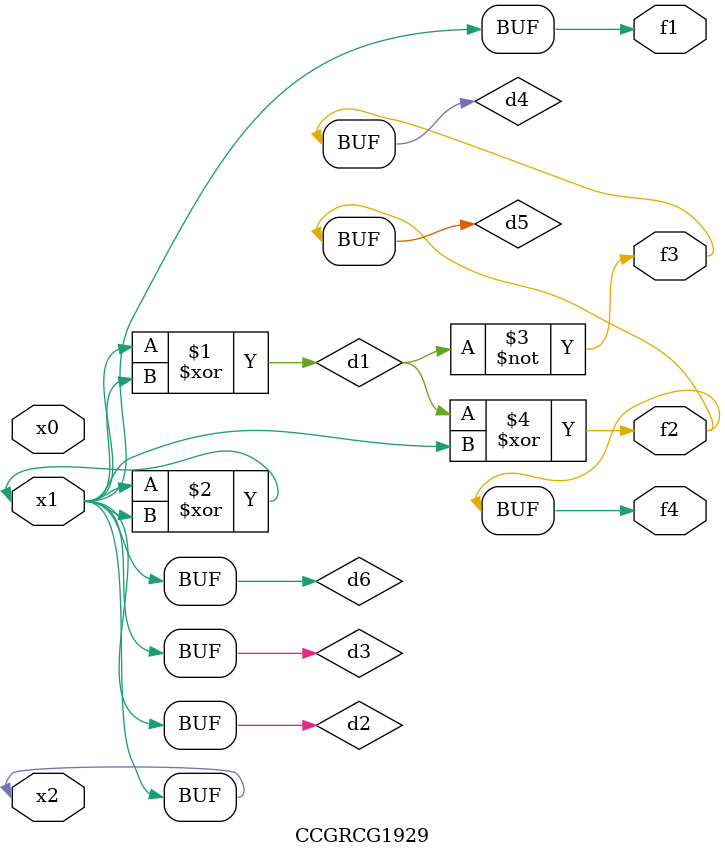
<source format=v>
module CCGRCG1929(
	input x0, x1, x2,
	output f1, f2, f3, f4
);

	wire d1, d2, d3, d4, d5, d6;

	xor (d1, x1, x2);
	buf (d2, x1, x2);
	xor (d3, x1, x2);
	nor (d4, d1);
	xor (d5, d1, d2);
	buf (d6, d2, d3);
	assign f1 = d6;
	assign f2 = d5;
	assign f3 = d4;
	assign f4 = d5;
endmodule

</source>
